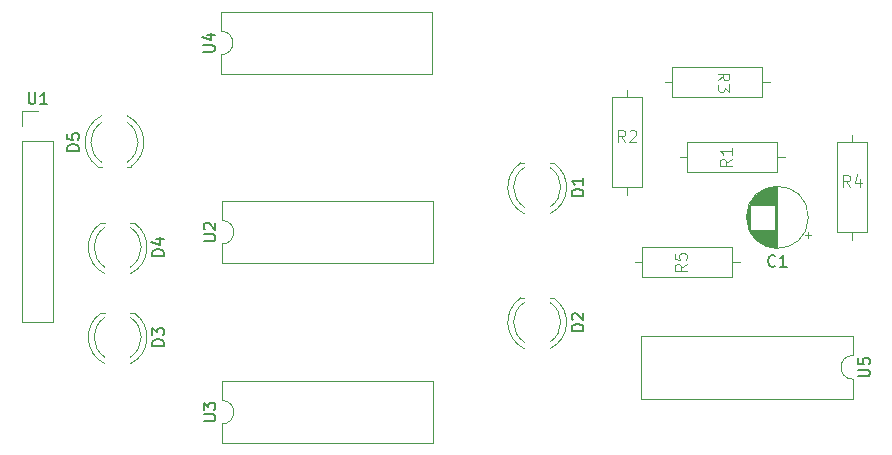
<source format=gbr>
%TF.GenerationSoftware,KiCad,Pcbnew,8.0.2-1*%
%TF.CreationDate,2024-08-04T09:10:22-04:00*%
%TF.ProjectId,startup_controller,73746172-7475-4705-9f63-6f6e74726f6c,rev?*%
%TF.SameCoordinates,Original*%
%TF.FileFunction,Legend,Top*%
%TF.FilePolarity,Positive*%
%FSLAX46Y46*%
G04 Gerber Fmt 4.6, Leading zero omitted, Abs format (unit mm)*
G04 Created by KiCad (PCBNEW 8.0.2-1) date 2024-08-04 09:10:22*
%MOMM*%
%LPD*%
G01*
G04 APERTURE LIST*
%ADD10C,0.150000*%
%ADD11C,0.100000*%
%ADD12C,0.120000*%
G04 APERTURE END LIST*
D10*
X140629819Y-109971904D02*
X141439342Y-109971904D01*
X141439342Y-109971904D02*
X141534580Y-109924285D01*
X141534580Y-109924285D02*
X141582200Y-109876666D01*
X141582200Y-109876666D02*
X141629819Y-109781428D01*
X141629819Y-109781428D02*
X141629819Y-109590952D01*
X141629819Y-109590952D02*
X141582200Y-109495714D01*
X141582200Y-109495714D02*
X141534580Y-109448095D01*
X141534580Y-109448095D02*
X141439342Y-109400476D01*
X141439342Y-109400476D02*
X140629819Y-109400476D01*
X140629819Y-109019523D02*
X140629819Y-108400476D01*
X140629819Y-108400476D02*
X141010771Y-108733809D01*
X141010771Y-108733809D02*
X141010771Y-108590952D01*
X141010771Y-108590952D02*
X141058390Y-108495714D01*
X141058390Y-108495714D02*
X141106009Y-108448095D01*
X141106009Y-108448095D02*
X141201247Y-108400476D01*
X141201247Y-108400476D02*
X141439342Y-108400476D01*
X141439342Y-108400476D02*
X141534580Y-108448095D01*
X141534580Y-108448095D02*
X141582200Y-108495714D01*
X141582200Y-108495714D02*
X141629819Y-108590952D01*
X141629819Y-108590952D02*
X141629819Y-108876666D01*
X141629819Y-108876666D02*
X141582200Y-108971904D01*
X141582200Y-108971904D02*
X141534580Y-109019523D01*
D11*
X184152580Y-81113333D02*
X184628771Y-80780000D01*
X184152580Y-80541905D02*
X185152580Y-80541905D01*
X185152580Y-80541905D02*
X185152580Y-80922857D01*
X185152580Y-80922857D02*
X185104961Y-81018095D01*
X185104961Y-81018095D02*
X185057342Y-81065714D01*
X185057342Y-81065714D02*
X184962104Y-81113333D01*
X184962104Y-81113333D02*
X184819247Y-81113333D01*
X184819247Y-81113333D02*
X184724009Y-81065714D01*
X184724009Y-81065714D02*
X184676390Y-81018095D01*
X184676390Y-81018095D02*
X184628771Y-80922857D01*
X184628771Y-80922857D02*
X184628771Y-80541905D01*
X185152580Y-81446667D02*
X185152580Y-82065714D01*
X185152580Y-82065714D02*
X184771628Y-81732381D01*
X184771628Y-81732381D02*
X184771628Y-81875238D01*
X184771628Y-81875238D02*
X184724009Y-81970476D01*
X184724009Y-81970476D02*
X184676390Y-82018095D01*
X184676390Y-82018095D02*
X184581152Y-82065714D01*
X184581152Y-82065714D02*
X184343057Y-82065714D01*
X184343057Y-82065714D02*
X184247819Y-82018095D01*
X184247819Y-82018095D02*
X184200200Y-81970476D01*
X184200200Y-81970476D02*
X184152580Y-81875238D01*
X184152580Y-81875238D02*
X184152580Y-81589524D01*
X184152580Y-81589524D02*
X184200200Y-81494286D01*
X184200200Y-81494286D02*
X184247819Y-81446667D01*
D10*
X137264819Y-95988094D02*
X136264819Y-95988094D01*
X136264819Y-95988094D02*
X136264819Y-95749999D01*
X136264819Y-95749999D02*
X136312438Y-95607142D01*
X136312438Y-95607142D02*
X136407676Y-95511904D01*
X136407676Y-95511904D02*
X136502914Y-95464285D01*
X136502914Y-95464285D02*
X136693390Y-95416666D01*
X136693390Y-95416666D02*
X136836247Y-95416666D01*
X136836247Y-95416666D02*
X137026723Y-95464285D01*
X137026723Y-95464285D02*
X137121961Y-95511904D01*
X137121961Y-95511904D02*
X137217200Y-95607142D01*
X137217200Y-95607142D02*
X137264819Y-95749999D01*
X137264819Y-95749999D02*
X137264819Y-95988094D01*
X136598152Y-94559523D02*
X137264819Y-94559523D01*
X136217200Y-94797618D02*
X136931485Y-95035713D01*
X136931485Y-95035713D02*
X136931485Y-94416666D01*
X196054819Y-106171904D02*
X196864342Y-106171904D01*
X196864342Y-106171904D02*
X196959580Y-106124285D01*
X196959580Y-106124285D02*
X197007200Y-106076666D01*
X197007200Y-106076666D02*
X197054819Y-105981428D01*
X197054819Y-105981428D02*
X197054819Y-105790952D01*
X197054819Y-105790952D02*
X197007200Y-105695714D01*
X197007200Y-105695714D02*
X196959580Y-105648095D01*
X196959580Y-105648095D02*
X196864342Y-105600476D01*
X196864342Y-105600476D02*
X196054819Y-105600476D01*
X196054819Y-104648095D02*
X196054819Y-105124285D01*
X196054819Y-105124285D02*
X196531009Y-105171904D01*
X196531009Y-105171904D02*
X196483390Y-105124285D01*
X196483390Y-105124285D02*
X196435771Y-105029047D01*
X196435771Y-105029047D02*
X196435771Y-104790952D01*
X196435771Y-104790952D02*
X196483390Y-104695714D01*
X196483390Y-104695714D02*
X196531009Y-104648095D01*
X196531009Y-104648095D02*
X196626247Y-104600476D01*
X196626247Y-104600476D02*
X196864342Y-104600476D01*
X196864342Y-104600476D02*
X196959580Y-104648095D01*
X196959580Y-104648095D02*
X197007200Y-104695714D01*
X197007200Y-104695714D02*
X197054819Y-104790952D01*
X197054819Y-104790952D02*
X197054819Y-105029047D01*
X197054819Y-105029047D02*
X197007200Y-105124285D01*
X197007200Y-105124285D02*
X196959580Y-105171904D01*
X125818095Y-82124819D02*
X125818095Y-82934342D01*
X125818095Y-82934342D02*
X125865714Y-83029580D01*
X125865714Y-83029580D02*
X125913333Y-83077200D01*
X125913333Y-83077200D02*
X126008571Y-83124819D01*
X126008571Y-83124819D02*
X126199047Y-83124819D01*
X126199047Y-83124819D02*
X126294285Y-83077200D01*
X126294285Y-83077200D02*
X126341904Y-83029580D01*
X126341904Y-83029580D02*
X126389523Y-82934342D01*
X126389523Y-82934342D02*
X126389523Y-82124819D01*
X127389523Y-83124819D02*
X126818095Y-83124819D01*
X127103809Y-83124819D02*
X127103809Y-82124819D01*
X127103809Y-82124819D02*
X127008571Y-82267676D01*
X127008571Y-82267676D02*
X126913333Y-82362914D01*
X126913333Y-82362914D02*
X126818095Y-82410533D01*
X189043333Y-96819580D02*
X188995714Y-96867200D01*
X188995714Y-96867200D02*
X188852857Y-96914819D01*
X188852857Y-96914819D02*
X188757619Y-96914819D01*
X188757619Y-96914819D02*
X188614762Y-96867200D01*
X188614762Y-96867200D02*
X188519524Y-96771961D01*
X188519524Y-96771961D02*
X188471905Y-96676723D01*
X188471905Y-96676723D02*
X188424286Y-96486247D01*
X188424286Y-96486247D02*
X188424286Y-96343390D01*
X188424286Y-96343390D02*
X188471905Y-96152914D01*
X188471905Y-96152914D02*
X188519524Y-96057676D01*
X188519524Y-96057676D02*
X188614762Y-95962438D01*
X188614762Y-95962438D02*
X188757619Y-95914819D01*
X188757619Y-95914819D02*
X188852857Y-95914819D01*
X188852857Y-95914819D02*
X188995714Y-95962438D01*
X188995714Y-95962438D02*
X189043333Y-96010057D01*
X189995714Y-96914819D02*
X189424286Y-96914819D01*
X189710000Y-96914819D02*
X189710000Y-95914819D01*
X189710000Y-95914819D02*
X189614762Y-96057676D01*
X189614762Y-96057676D02*
X189519524Y-96152914D01*
X189519524Y-96152914D02*
X189424286Y-96200533D01*
D11*
X195373333Y-90127419D02*
X195040000Y-89651228D01*
X194801905Y-90127419D02*
X194801905Y-89127419D01*
X194801905Y-89127419D02*
X195182857Y-89127419D01*
X195182857Y-89127419D02*
X195278095Y-89175038D01*
X195278095Y-89175038D02*
X195325714Y-89222657D01*
X195325714Y-89222657D02*
X195373333Y-89317895D01*
X195373333Y-89317895D02*
X195373333Y-89460752D01*
X195373333Y-89460752D02*
X195325714Y-89555990D01*
X195325714Y-89555990D02*
X195278095Y-89603609D01*
X195278095Y-89603609D02*
X195182857Y-89651228D01*
X195182857Y-89651228D02*
X194801905Y-89651228D01*
X196230476Y-89460752D02*
X196230476Y-90127419D01*
X195992381Y-89079800D02*
X195754286Y-89794085D01*
X195754286Y-89794085D02*
X196373333Y-89794085D01*
D10*
X140634819Y-94731904D02*
X141444342Y-94731904D01*
X141444342Y-94731904D02*
X141539580Y-94684285D01*
X141539580Y-94684285D02*
X141587200Y-94636666D01*
X141587200Y-94636666D02*
X141634819Y-94541428D01*
X141634819Y-94541428D02*
X141634819Y-94350952D01*
X141634819Y-94350952D02*
X141587200Y-94255714D01*
X141587200Y-94255714D02*
X141539580Y-94208095D01*
X141539580Y-94208095D02*
X141444342Y-94160476D01*
X141444342Y-94160476D02*
X140634819Y-94160476D01*
X140730057Y-93731904D02*
X140682438Y-93684285D01*
X140682438Y-93684285D02*
X140634819Y-93589047D01*
X140634819Y-93589047D02*
X140634819Y-93350952D01*
X140634819Y-93350952D02*
X140682438Y-93255714D01*
X140682438Y-93255714D02*
X140730057Y-93208095D01*
X140730057Y-93208095D02*
X140825295Y-93160476D01*
X140825295Y-93160476D02*
X140920533Y-93160476D01*
X140920533Y-93160476D02*
X141063390Y-93208095D01*
X141063390Y-93208095D02*
X141634819Y-93779523D01*
X141634819Y-93779523D02*
X141634819Y-93160476D01*
X130074819Y-87098094D02*
X129074819Y-87098094D01*
X129074819Y-87098094D02*
X129074819Y-86859999D01*
X129074819Y-86859999D02*
X129122438Y-86717142D01*
X129122438Y-86717142D02*
X129217676Y-86621904D01*
X129217676Y-86621904D02*
X129312914Y-86574285D01*
X129312914Y-86574285D02*
X129503390Y-86526666D01*
X129503390Y-86526666D02*
X129646247Y-86526666D01*
X129646247Y-86526666D02*
X129836723Y-86574285D01*
X129836723Y-86574285D02*
X129931961Y-86621904D01*
X129931961Y-86621904D02*
X130027200Y-86717142D01*
X130027200Y-86717142D02*
X130074819Y-86859999D01*
X130074819Y-86859999D02*
X130074819Y-87098094D01*
X129074819Y-85621904D02*
X129074819Y-86098094D01*
X129074819Y-86098094D02*
X129551009Y-86145713D01*
X129551009Y-86145713D02*
X129503390Y-86098094D01*
X129503390Y-86098094D02*
X129455771Y-86002856D01*
X129455771Y-86002856D02*
X129455771Y-85764761D01*
X129455771Y-85764761D02*
X129503390Y-85669523D01*
X129503390Y-85669523D02*
X129551009Y-85621904D01*
X129551009Y-85621904D02*
X129646247Y-85574285D01*
X129646247Y-85574285D02*
X129884342Y-85574285D01*
X129884342Y-85574285D02*
X129979580Y-85621904D01*
X129979580Y-85621904D02*
X130027200Y-85669523D01*
X130027200Y-85669523D02*
X130074819Y-85764761D01*
X130074819Y-85764761D02*
X130074819Y-86002856D01*
X130074819Y-86002856D02*
X130027200Y-86098094D01*
X130027200Y-86098094D02*
X129979580Y-86145713D01*
D11*
X176323333Y-86317419D02*
X175990000Y-85841228D01*
X175751905Y-86317419D02*
X175751905Y-85317419D01*
X175751905Y-85317419D02*
X176132857Y-85317419D01*
X176132857Y-85317419D02*
X176228095Y-85365038D01*
X176228095Y-85365038D02*
X176275714Y-85412657D01*
X176275714Y-85412657D02*
X176323333Y-85507895D01*
X176323333Y-85507895D02*
X176323333Y-85650752D01*
X176323333Y-85650752D02*
X176275714Y-85745990D01*
X176275714Y-85745990D02*
X176228095Y-85793609D01*
X176228095Y-85793609D02*
X176132857Y-85841228D01*
X176132857Y-85841228D02*
X175751905Y-85841228D01*
X176704286Y-85412657D02*
X176751905Y-85365038D01*
X176751905Y-85365038D02*
X176847143Y-85317419D01*
X176847143Y-85317419D02*
X177085238Y-85317419D01*
X177085238Y-85317419D02*
X177180476Y-85365038D01*
X177180476Y-85365038D02*
X177228095Y-85412657D01*
X177228095Y-85412657D02*
X177275714Y-85507895D01*
X177275714Y-85507895D02*
X177275714Y-85603133D01*
X177275714Y-85603133D02*
X177228095Y-85745990D01*
X177228095Y-85745990D02*
X176656667Y-86317419D01*
X176656667Y-86317419D02*
X177275714Y-86317419D01*
D10*
X137264819Y-103608094D02*
X136264819Y-103608094D01*
X136264819Y-103608094D02*
X136264819Y-103369999D01*
X136264819Y-103369999D02*
X136312438Y-103227142D01*
X136312438Y-103227142D02*
X136407676Y-103131904D01*
X136407676Y-103131904D02*
X136502914Y-103084285D01*
X136502914Y-103084285D02*
X136693390Y-103036666D01*
X136693390Y-103036666D02*
X136836247Y-103036666D01*
X136836247Y-103036666D02*
X137026723Y-103084285D01*
X137026723Y-103084285D02*
X137121961Y-103131904D01*
X137121961Y-103131904D02*
X137217200Y-103227142D01*
X137217200Y-103227142D02*
X137264819Y-103369999D01*
X137264819Y-103369999D02*
X137264819Y-103608094D01*
X136264819Y-102703332D02*
X136264819Y-102084285D01*
X136264819Y-102084285D02*
X136645771Y-102417618D01*
X136645771Y-102417618D02*
X136645771Y-102274761D01*
X136645771Y-102274761D02*
X136693390Y-102179523D01*
X136693390Y-102179523D02*
X136741009Y-102131904D01*
X136741009Y-102131904D02*
X136836247Y-102084285D01*
X136836247Y-102084285D02*
X137074342Y-102084285D01*
X137074342Y-102084285D02*
X137169580Y-102131904D01*
X137169580Y-102131904D02*
X137217200Y-102179523D01*
X137217200Y-102179523D02*
X137264819Y-102274761D01*
X137264819Y-102274761D02*
X137264819Y-102560475D01*
X137264819Y-102560475D02*
X137217200Y-102655713D01*
X137217200Y-102655713D02*
X137169580Y-102703332D01*
D11*
X181527419Y-96686666D02*
X181051228Y-97019999D01*
X181527419Y-97258094D02*
X180527419Y-97258094D01*
X180527419Y-97258094D02*
X180527419Y-96877142D01*
X180527419Y-96877142D02*
X180575038Y-96781904D01*
X180575038Y-96781904D02*
X180622657Y-96734285D01*
X180622657Y-96734285D02*
X180717895Y-96686666D01*
X180717895Y-96686666D02*
X180860752Y-96686666D01*
X180860752Y-96686666D02*
X180955990Y-96734285D01*
X180955990Y-96734285D02*
X181003609Y-96781904D01*
X181003609Y-96781904D02*
X181051228Y-96877142D01*
X181051228Y-96877142D02*
X181051228Y-97258094D01*
X180527419Y-95781904D02*
X180527419Y-96258094D01*
X180527419Y-96258094D02*
X181003609Y-96305713D01*
X181003609Y-96305713D02*
X180955990Y-96258094D01*
X180955990Y-96258094D02*
X180908371Y-96162856D01*
X180908371Y-96162856D02*
X180908371Y-95924761D01*
X180908371Y-95924761D02*
X180955990Y-95829523D01*
X180955990Y-95829523D02*
X181003609Y-95781904D01*
X181003609Y-95781904D02*
X181098847Y-95734285D01*
X181098847Y-95734285D02*
X181336942Y-95734285D01*
X181336942Y-95734285D02*
X181432180Y-95781904D01*
X181432180Y-95781904D02*
X181479800Y-95829523D01*
X181479800Y-95829523D02*
X181527419Y-95924761D01*
X181527419Y-95924761D02*
X181527419Y-96162856D01*
X181527419Y-96162856D02*
X181479800Y-96258094D01*
X181479800Y-96258094D02*
X181432180Y-96305713D01*
D10*
X172784819Y-90908094D02*
X171784819Y-90908094D01*
X171784819Y-90908094D02*
X171784819Y-90669999D01*
X171784819Y-90669999D02*
X171832438Y-90527142D01*
X171832438Y-90527142D02*
X171927676Y-90431904D01*
X171927676Y-90431904D02*
X172022914Y-90384285D01*
X172022914Y-90384285D02*
X172213390Y-90336666D01*
X172213390Y-90336666D02*
X172356247Y-90336666D01*
X172356247Y-90336666D02*
X172546723Y-90384285D01*
X172546723Y-90384285D02*
X172641961Y-90431904D01*
X172641961Y-90431904D02*
X172737200Y-90527142D01*
X172737200Y-90527142D02*
X172784819Y-90669999D01*
X172784819Y-90669999D02*
X172784819Y-90908094D01*
X172784819Y-89384285D02*
X172784819Y-89955713D01*
X172784819Y-89669999D02*
X171784819Y-89669999D01*
X171784819Y-89669999D02*
X171927676Y-89765237D01*
X171927676Y-89765237D02*
X172022914Y-89860475D01*
X172022914Y-89860475D02*
X172070533Y-89955713D01*
D11*
X185337419Y-87796666D02*
X184861228Y-88129999D01*
X185337419Y-88368094D02*
X184337419Y-88368094D01*
X184337419Y-88368094D02*
X184337419Y-87987142D01*
X184337419Y-87987142D02*
X184385038Y-87891904D01*
X184385038Y-87891904D02*
X184432657Y-87844285D01*
X184432657Y-87844285D02*
X184527895Y-87796666D01*
X184527895Y-87796666D02*
X184670752Y-87796666D01*
X184670752Y-87796666D02*
X184765990Y-87844285D01*
X184765990Y-87844285D02*
X184813609Y-87891904D01*
X184813609Y-87891904D02*
X184861228Y-87987142D01*
X184861228Y-87987142D02*
X184861228Y-88368094D01*
X185337419Y-86844285D02*
X185337419Y-87415713D01*
X185337419Y-87129999D02*
X184337419Y-87129999D01*
X184337419Y-87129999D02*
X184480276Y-87225237D01*
X184480276Y-87225237D02*
X184575514Y-87320475D01*
X184575514Y-87320475D02*
X184623133Y-87415713D01*
D10*
X172784819Y-102338094D02*
X171784819Y-102338094D01*
X171784819Y-102338094D02*
X171784819Y-102099999D01*
X171784819Y-102099999D02*
X171832438Y-101957142D01*
X171832438Y-101957142D02*
X171927676Y-101861904D01*
X171927676Y-101861904D02*
X172022914Y-101814285D01*
X172022914Y-101814285D02*
X172213390Y-101766666D01*
X172213390Y-101766666D02*
X172356247Y-101766666D01*
X172356247Y-101766666D02*
X172546723Y-101814285D01*
X172546723Y-101814285D02*
X172641961Y-101861904D01*
X172641961Y-101861904D02*
X172737200Y-101957142D01*
X172737200Y-101957142D02*
X172784819Y-102099999D01*
X172784819Y-102099999D02*
X172784819Y-102338094D01*
X171880057Y-101385713D02*
X171832438Y-101338094D01*
X171832438Y-101338094D02*
X171784819Y-101242856D01*
X171784819Y-101242856D02*
X171784819Y-101004761D01*
X171784819Y-101004761D02*
X171832438Y-100909523D01*
X171832438Y-100909523D02*
X171880057Y-100861904D01*
X171880057Y-100861904D02*
X171975295Y-100814285D01*
X171975295Y-100814285D02*
X172070533Y-100814285D01*
X172070533Y-100814285D02*
X172213390Y-100861904D01*
X172213390Y-100861904D02*
X172784819Y-101433332D01*
X172784819Y-101433332D02*
X172784819Y-100814285D01*
X140559819Y-78711904D02*
X141369342Y-78711904D01*
X141369342Y-78711904D02*
X141464580Y-78664285D01*
X141464580Y-78664285D02*
X141512200Y-78616666D01*
X141512200Y-78616666D02*
X141559819Y-78521428D01*
X141559819Y-78521428D02*
X141559819Y-78330952D01*
X141559819Y-78330952D02*
X141512200Y-78235714D01*
X141512200Y-78235714D02*
X141464580Y-78188095D01*
X141464580Y-78188095D02*
X141369342Y-78140476D01*
X141369342Y-78140476D02*
X140559819Y-78140476D01*
X140893152Y-77235714D02*
X141559819Y-77235714D01*
X140512200Y-77473809D02*
X141226485Y-77711904D01*
X141226485Y-77711904D02*
X141226485Y-77092857D01*
D12*
%TO.C,U3*%
X142175000Y-106560000D02*
X142175000Y-108210000D01*
X142175000Y-110210000D02*
X142175000Y-111860000D01*
X142175000Y-111860000D02*
X160075000Y-111860000D01*
X160075000Y-106560000D02*
X142175000Y-106560000D01*
X160075000Y-111860000D02*
X160075000Y-106560000D01*
X142175000Y-108210000D02*
G75*
G02*
X142175000Y-110210000I0J-1000000D01*
G01*
D11*
%TO.C,R3*%
X179665000Y-81280000D02*
X180300000Y-81280000D01*
X187920000Y-81280000D02*
X188555000Y-81280000D01*
X187920000Y-80010000D02*
X180300000Y-80010000D01*
X180300000Y-82550000D01*
X187920000Y-82550000D01*
X187920000Y-80010000D01*
D12*
%TO.C,D4*%
X132270000Y-93190000D02*
X131951000Y-93190000D01*
X134749000Y-93190000D02*
X134430000Y-93190000D01*
X132269039Y-96932713D02*
G75*
G02*
X132270000Y-93566670I1080961J1682713D01*
G01*
X132269276Y-97493242D02*
G75*
G02*
X131951251Y-93190000I1080724J2243242D01*
G01*
X134430000Y-93566670D02*
G75*
G02*
X134430961Y-96932713I-1080000J-1683330D01*
G01*
X134748749Y-93190000D02*
G75*
G02*
X134430724Y-97493242I-1398749J-2060000D01*
G01*
%TO.C,U5*%
X177700000Y-102760000D02*
X177700000Y-108060000D01*
X177700000Y-108060000D02*
X195600000Y-108060000D01*
X195600000Y-102760000D02*
X177700000Y-102760000D01*
X195600000Y-104410000D02*
X195600000Y-102760000D01*
X195600000Y-108060000D02*
X195600000Y-106410000D01*
X195600000Y-106410000D02*
G75*
G02*
X195600000Y-104410000I0J1000000D01*
G01*
%TO.C,U1*%
X125250000Y-83670000D02*
X126580000Y-83670000D01*
X125250000Y-85000000D02*
X125250000Y-83670000D01*
X125250000Y-86270000D02*
X125250000Y-101570000D01*
X125250000Y-86270000D02*
X127910000Y-86270000D01*
X125250000Y-101570000D02*
X127910000Y-101570000D01*
X127910000Y-86270000D02*
X127910000Y-101570000D01*
%TO.C,C1*%
X186609000Y-92994000D02*
X186609000Y-92426000D01*
X186649000Y-93228000D02*
X186649000Y-92192000D01*
X186689000Y-93387000D02*
X186689000Y-92033000D01*
X186729000Y-93515000D02*
X186729000Y-91905000D01*
X186769000Y-93625000D02*
X186769000Y-91795000D01*
X186809000Y-93721000D02*
X186809000Y-91699000D01*
X186849000Y-93808000D02*
X186849000Y-91612000D01*
X186889000Y-93888000D02*
X186889000Y-91532000D01*
X186929000Y-91670000D02*
X186929000Y-91459000D01*
X186929000Y-93961000D02*
X186929000Y-93750000D01*
X186969000Y-91670000D02*
X186969000Y-91391000D01*
X186969000Y-94029000D02*
X186969000Y-93750000D01*
X187009000Y-91670000D02*
X187009000Y-91327000D01*
X187009000Y-94093000D02*
X187009000Y-93750000D01*
X187049000Y-91670000D02*
X187049000Y-91267000D01*
X187049000Y-94153000D02*
X187049000Y-93750000D01*
X187089000Y-91670000D02*
X187089000Y-91210000D01*
X187089000Y-94210000D02*
X187089000Y-93750000D01*
X187129000Y-91670000D02*
X187129000Y-91156000D01*
X187129000Y-94264000D02*
X187129000Y-93750000D01*
X187169000Y-91670000D02*
X187169000Y-91105000D01*
X187169000Y-94315000D02*
X187169000Y-93750000D01*
X187209000Y-91670000D02*
X187209000Y-91057000D01*
X187209000Y-94363000D02*
X187209000Y-93750000D01*
X187249000Y-91670000D02*
X187249000Y-91011000D01*
X187249000Y-94409000D02*
X187249000Y-93750000D01*
X187289000Y-91670000D02*
X187289000Y-90967000D01*
X187289000Y-94453000D02*
X187289000Y-93750000D01*
X187329000Y-91670000D02*
X187329000Y-90925000D01*
X187329000Y-94495000D02*
X187329000Y-93750000D01*
X187369000Y-91670000D02*
X187369000Y-90884000D01*
X187369000Y-94536000D02*
X187369000Y-93750000D01*
X187409000Y-91670000D02*
X187409000Y-90846000D01*
X187409000Y-94574000D02*
X187409000Y-93750000D01*
X187449000Y-91670000D02*
X187449000Y-90809000D01*
X187449000Y-94611000D02*
X187449000Y-93750000D01*
X187489000Y-91670000D02*
X187489000Y-90773000D01*
X187489000Y-94647000D02*
X187489000Y-93750000D01*
X187529000Y-91670000D02*
X187529000Y-90739000D01*
X187529000Y-94681000D02*
X187529000Y-93750000D01*
X187569000Y-91670000D02*
X187569000Y-90706000D01*
X187569000Y-94714000D02*
X187569000Y-93750000D01*
X187609000Y-91670000D02*
X187609000Y-90675000D01*
X187609000Y-94745000D02*
X187609000Y-93750000D01*
X187649000Y-91670000D02*
X187649000Y-90645000D01*
X187649000Y-94775000D02*
X187649000Y-93750000D01*
X187689000Y-91670000D02*
X187689000Y-90615000D01*
X187689000Y-94805000D02*
X187689000Y-93750000D01*
X187729000Y-91670000D02*
X187729000Y-90588000D01*
X187729000Y-94832000D02*
X187729000Y-93750000D01*
X187769000Y-91670000D02*
X187769000Y-90561000D01*
X187769000Y-94859000D02*
X187769000Y-93750000D01*
X187809000Y-91670000D02*
X187809000Y-90535000D01*
X187809000Y-94885000D02*
X187809000Y-93750000D01*
X187849000Y-91670000D02*
X187849000Y-90510000D01*
X187849000Y-94910000D02*
X187849000Y-93750000D01*
X187889000Y-91670000D02*
X187889000Y-90486000D01*
X187889000Y-94934000D02*
X187889000Y-93750000D01*
X187929000Y-91670000D02*
X187929000Y-90463000D01*
X187929000Y-94957000D02*
X187929000Y-93750000D01*
X187969000Y-91670000D02*
X187969000Y-90442000D01*
X187969000Y-94978000D02*
X187969000Y-93750000D01*
X188009000Y-91670000D02*
X188009000Y-90420000D01*
X188009000Y-95000000D02*
X188009000Y-93750000D01*
X188049000Y-91670000D02*
X188049000Y-90400000D01*
X188049000Y-95020000D02*
X188049000Y-93750000D01*
X188089000Y-91670000D02*
X188089000Y-90381000D01*
X188089000Y-95039000D02*
X188089000Y-93750000D01*
X188129000Y-91670000D02*
X188129000Y-90362000D01*
X188129000Y-95058000D02*
X188129000Y-93750000D01*
X188169000Y-91670000D02*
X188169000Y-90345000D01*
X188169000Y-95075000D02*
X188169000Y-93750000D01*
X188209000Y-91670000D02*
X188209000Y-90328000D01*
X188209000Y-95092000D02*
X188209000Y-93750000D01*
X188249000Y-91670000D02*
X188249000Y-90312000D01*
X188249000Y-95108000D02*
X188249000Y-93750000D01*
X188289000Y-91670000D02*
X188289000Y-90296000D01*
X188289000Y-95124000D02*
X188289000Y-93750000D01*
X188329000Y-91670000D02*
X188329000Y-90282000D01*
X188329000Y-95138000D02*
X188329000Y-93750000D01*
X188369000Y-91670000D02*
X188369000Y-90268000D01*
X188369000Y-95152000D02*
X188369000Y-93750000D01*
X188409000Y-91670000D02*
X188409000Y-90255000D01*
X188409000Y-95165000D02*
X188409000Y-93750000D01*
X188449000Y-91670000D02*
X188449000Y-90242000D01*
X188449000Y-95178000D02*
X188449000Y-93750000D01*
X188489000Y-91670000D02*
X188489000Y-90230000D01*
X188489000Y-95190000D02*
X188489000Y-93750000D01*
X188530000Y-91670000D02*
X188530000Y-90219000D01*
X188530000Y-95201000D02*
X188530000Y-93750000D01*
X188570000Y-91670000D02*
X188570000Y-90209000D01*
X188570000Y-95211000D02*
X188570000Y-93750000D01*
X188610000Y-91670000D02*
X188610000Y-90199000D01*
X188610000Y-95221000D02*
X188610000Y-93750000D01*
X188650000Y-91670000D02*
X188650000Y-90190000D01*
X188650000Y-95230000D02*
X188650000Y-93750000D01*
X188690000Y-91670000D02*
X188690000Y-90182000D01*
X188690000Y-95238000D02*
X188690000Y-93750000D01*
X188730000Y-91670000D02*
X188730000Y-90174000D01*
X188730000Y-95246000D02*
X188730000Y-93750000D01*
X188770000Y-91670000D02*
X188770000Y-90167000D01*
X188770000Y-95253000D02*
X188770000Y-93750000D01*
X188810000Y-91670000D02*
X188810000Y-90160000D01*
X188810000Y-95260000D02*
X188810000Y-93750000D01*
X188850000Y-91670000D02*
X188850000Y-90154000D01*
X188850000Y-95266000D02*
X188850000Y-93750000D01*
X188890000Y-91670000D02*
X188890000Y-90149000D01*
X188890000Y-95271000D02*
X188890000Y-93750000D01*
X188930000Y-91670000D02*
X188930000Y-90145000D01*
X188930000Y-95275000D02*
X188930000Y-93750000D01*
X188970000Y-91670000D02*
X188970000Y-90141000D01*
X188970000Y-95279000D02*
X188970000Y-93750000D01*
X189010000Y-95283000D02*
X189010000Y-90137000D01*
X189050000Y-95286000D02*
X189050000Y-90134000D01*
X189090000Y-95288000D02*
X189090000Y-90132000D01*
X189130000Y-95289000D02*
X189130000Y-90131000D01*
X189170000Y-95290000D02*
X189170000Y-90130000D01*
X189210000Y-95290000D02*
X189210000Y-90130000D01*
X191764775Y-94435000D02*
X191764775Y-93935000D01*
X192014775Y-94185000D02*
X191514775Y-94185000D01*
X191830000Y-92710000D02*
G75*
G02*
X186590000Y-92710000I-2620000J0D01*
G01*
X186590000Y-92710000D02*
G75*
G02*
X191830000Y-92710000I2620000J0D01*
G01*
D11*
%TO.C,R4*%
X195540000Y-86360000D02*
X195540000Y-85725000D01*
X195540000Y-94615000D02*
X195540000Y-93980000D01*
X194270000Y-86360000D02*
X196810000Y-86360000D01*
X196810000Y-93980000D01*
X194270000Y-93980000D01*
X194270000Y-86360000D01*
D12*
%TO.C,U2*%
X142180000Y-91320000D02*
X142180000Y-92970000D01*
X142180000Y-94970000D02*
X142180000Y-96620000D01*
X142180000Y-96620000D02*
X160080000Y-96620000D01*
X160080000Y-91320000D02*
X142180000Y-91320000D01*
X160080000Y-96620000D02*
X160080000Y-91320000D01*
X142180000Y-92970000D02*
G75*
G02*
X142180000Y-94970000I0J-1000000D01*
G01*
%TO.C,D5*%
X131681000Y-88420000D02*
X132000000Y-88420000D01*
X134160000Y-88420000D02*
X134479000Y-88420000D01*
X131681251Y-88420000D02*
G75*
G02*
X131999276Y-84116758I1398749J2060000D01*
G01*
X132000000Y-88043330D02*
G75*
G02*
X131999039Y-84677287I1080000J1683330D01*
G01*
X134160724Y-84116758D02*
G75*
G02*
X134478749Y-88420000I-1080724J-2243242D01*
G01*
X134160961Y-84677287D02*
G75*
G02*
X134160000Y-88043330I-1080961J-1682713D01*
G01*
D11*
%TO.C,R2*%
X176490000Y-82550000D02*
X176490000Y-81915000D01*
X176490000Y-90805000D02*
X176490000Y-90170000D01*
X175220000Y-82550000D02*
X177760000Y-82550000D01*
X177760000Y-90170000D01*
X175220000Y-90170000D01*
X175220000Y-82550000D01*
D12*
%TO.C,D3*%
X132270000Y-100810000D02*
X131951000Y-100810000D01*
X134749000Y-100810000D02*
X134430000Y-100810000D01*
X132269039Y-104552713D02*
G75*
G02*
X132270000Y-101186670I1080961J1682713D01*
G01*
X132269276Y-105113242D02*
G75*
G02*
X131951251Y-100810000I1080724J2243242D01*
G01*
X134430000Y-101186670D02*
G75*
G02*
X134430961Y-104552713I-1080000J-1683330D01*
G01*
X134748749Y-100810000D02*
G75*
G02*
X134430724Y-105113242I-1398749J-2060000D01*
G01*
D11*
%TO.C,R5*%
X177760000Y-96520000D02*
X177125000Y-96520000D01*
X186015000Y-96520000D02*
X185380000Y-96520000D01*
X177760000Y-97790000D02*
X185380000Y-97790000D01*
X185380000Y-95250000D01*
X177760000Y-95250000D01*
X177760000Y-97790000D01*
D12*
%TO.C,D1*%
X167790000Y-88110000D02*
X167471000Y-88110000D01*
X170269000Y-88110000D02*
X169950000Y-88110000D01*
X167789039Y-91852713D02*
G75*
G02*
X167790000Y-88486670I1080961J1682713D01*
G01*
X167789276Y-92413242D02*
G75*
G02*
X167471251Y-88110000I1080724J2243242D01*
G01*
X169950000Y-88486670D02*
G75*
G02*
X169950961Y-91852713I-1080000J-1683330D01*
G01*
X170268749Y-88110000D02*
G75*
G02*
X169950724Y-92413242I-1398749J-2060000D01*
G01*
D11*
%TO.C,R1*%
X181570000Y-87630000D02*
X180935000Y-87630000D01*
X189825000Y-87630000D02*
X189190000Y-87630000D01*
X181570000Y-88900000D02*
X189190000Y-88900000D01*
X189190000Y-86360000D01*
X181570000Y-86360000D01*
X181570000Y-88900000D01*
D12*
%TO.C,D2*%
X167790000Y-99540000D02*
X167471000Y-99540000D01*
X170269000Y-99540000D02*
X169950000Y-99540000D01*
X167789039Y-103282713D02*
G75*
G02*
X167790000Y-99916670I1080961J1682713D01*
G01*
X167789276Y-103843242D02*
G75*
G02*
X167471251Y-99540000I1080724J2243242D01*
G01*
X169950000Y-99916670D02*
G75*
G02*
X169950961Y-103282713I-1080000J-1683330D01*
G01*
X170268749Y-99540000D02*
G75*
G02*
X169950724Y-103843242I-1398749J-2060000D01*
G01*
%TO.C,U4*%
X142105000Y-75300000D02*
X142105000Y-76950000D01*
X142105000Y-78950000D02*
X142105000Y-80600000D01*
X142105000Y-80600000D02*
X160005000Y-80600000D01*
X160005000Y-75300000D02*
X142105000Y-75300000D01*
X160005000Y-80600000D02*
X160005000Y-75300000D01*
X142105000Y-76950000D02*
G75*
G02*
X142105000Y-78950000I0J-1000000D01*
G01*
%TD*%
M02*

</source>
